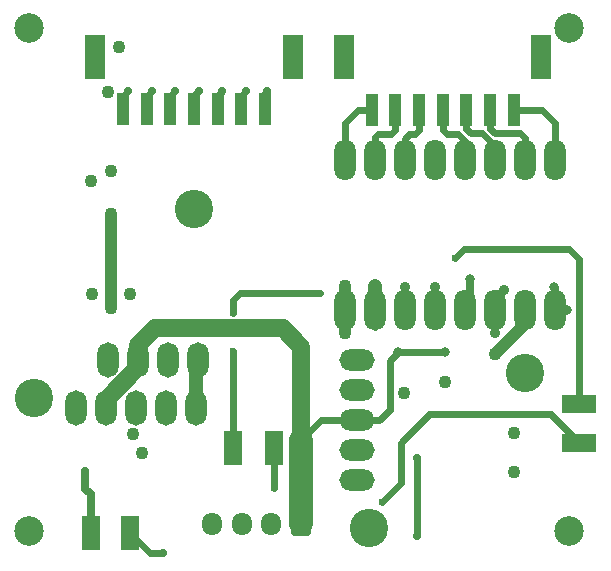
<source format=gbr>
G04 #@! TF.GenerationSoftware,KiCad,Pcbnew,(5.1.8)-1*
G04 #@! TF.CreationDate,2021-02-28T23:44:06-08:00*
G04 #@! TF.ProjectId,UAS,5541532e-6b69-4636-9164-5f7063625858,1*
G04 #@! TF.SameCoordinates,Original*
G04 #@! TF.FileFunction,Copper,L1,Top*
G04 #@! TF.FilePolarity,Positive*
%FSLAX46Y46*%
G04 Gerber Fmt 4.6, Leading zero omitted, Abs format (unit mm)*
G04 Created by KiCad (PCBNEW (5.1.8)-1) date 2021-02-28 23:44:06*
%MOMM*%
%LPD*%
G01*
G04 APERTURE LIST*
G04 #@! TA.AperFunction,SMDPad,CuDef*
%ADD10R,3.000000X1.500000*%
G04 #@! TD*
G04 #@! TA.AperFunction,SMDPad,CuDef*
%ADD11R,1.500000X3.000000*%
G04 #@! TD*
G04 #@! TA.AperFunction,ComponentPad*
%ADD12C,3.250000*%
G04 #@! TD*
G04 #@! TA.AperFunction,ComponentPad*
%ADD13O,3.000000X1.800000*%
G04 #@! TD*
G04 #@! TA.AperFunction,SMDPad,CuDef*
%ADD14R,1.000000X2.700000*%
G04 #@! TD*
G04 #@! TA.AperFunction,SMDPad,CuDef*
%ADD15R,1.800000X3.800000*%
G04 #@! TD*
G04 #@! TA.AperFunction,SMDPad,CuDef*
%ADD16O,1.800000X3.500000*%
G04 #@! TD*
G04 #@! TA.AperFunction,ComponentPad*
%ADD17O,1.800000X3.000000*%
G04 #@! TD*
G04 #@! TA.AperFunction,ComponentPad*
%ADD18O,1.700000X1.950000*%
G04 #@! TD*
G04 #@! TA.AperFunction,ViaPad*
%ADD19C,2.500000*%
G04 #@! TD*
G04 #@! TA.AperFunction,ViaPad*
%ADD20C,0.900000*%
G04 #@! TD*
G04 #@! TA.AperFunction,ViaPad*
%ADD21C,0.800000*%
G04 #@! TD*
G04 #@! TA.AperFunction,ViaPad*
%ADD22C,0.700000*%
G04 #@! TD*
G04 #@! TA.AperFunction,ViaPad*
%ADD23C,1.100000*%
G04 #@! TD*
G04 #@! TA.AperFunction,ViaPad*
%ADD24C,0.600000*%
G04 #@! TD*
G04 #@! TA.AperFunction,Conductor*
%ADD25C,0.700000*%
G04 #@! TD*
G04 #@! TA.AperFunction,Conductor*
%ADD26C,0.600000*%
G04 #@! TD*
G04 #@! TA.AperFunction,Conductor*
%ADD27C,0.400000*%
G04 #@! TD*
G04 #@! TA.AperFunction,Conductor*
%ADD28C,1.000000*%
G04 #@! TD*
G04 #@! TA.AperFunction,Conductor*
%ADD29C,1.200000*%
G04 #@! TD*
G04 #@! TA.AperFunction,Conductor*
%ADD30C,1.500000*%
G04 #@! TD*
G04 #@! TA.AperFunction,Conductor*
%ADD31C,2.000000*%
G04 #@! TD*
G04 APERTURE END LIST*
D10*
X166550000Y-111100000D03*
D11*
X140750000Y-111550000D03*
D10*
X166550000Y-107850000D03*
D11*
X137250000Y-111550000D03*
D12*
X148800000Y-118360000D03*
X162000000Y-105160000D03*
D13*
X147780000Y-114290000D03*
X147780000Y-111750000D03*
X147780000Y-109210000D03*
X147780000Y-106670000D03*
X147780000Y-104130000D03*
D14*
X133950000Y-82850000D03*
X131950000Y-82850000D03*
X135950000Y-82850000D03*
X137950000Y-82850000D03*
X129950000Y-82850000D03*
X127950000Y-82850000D03*
X139950000Y-82850000D03*
D15*
X142300000Y-78400000D03*
X125600000Y-78400000D03*
D16*
X164470000Y-87150000D03*
X161930000Y-87150000D03*
X159390000Y-87150000D03*
X156850000Y-87150000D03*
X154310000Y-87150000D03*
X151770000Y-87150000D03*
X149230000Y-87150000D03*
X146690000Y-87150000D03*
X164470000Y-99850000D03*
X161930000Y-99850000D03*
X159390000Y-99850000D03*
X156850000Y-99850000D03*
X154310000Y-99850000D03*
X151770000Y-99850000D03*
X149230000Y-99850000D03*
X146690000Y-99850000D03*
D17*
X134310000Y-104080000D03*
X131770000Y-104080000D03*
X129230000Y-104080000D03*
X126690000Y-104080000D03*
D11*
X128500000Y-118750000D03*
X125210000Y-118760000D03*
D14*
X155000000Y-82900000D03*
X153000000Y-82900000D03*
X157000000Y-82900000D03*
X159000000Y-82900000D03*
X151000000Y-82900000D03*
X149000000Y-82900000D03*
X161000000Y-82900000D03*
D15*
X163350000Y-78450000D03*
X146650000Y-78450000D03*
D18*
X135500000Y-118000000D03*
X138000000Y-118000000D03*
X140500000Y-118000000D03*
G04 #@! TA.AperFunction,ComponentPad*
G36*
G01*
X143850000Y-117275000D02*
X143850000Y-118725000D01*
G75*
G02*
X143600000Y-118975000I-250000J0D01*
G01*
X142400000Y-118975000D01*
G75*
G02*
X142150000Y-118725000I0J250000D01*
G01*
X142150000Y-117275000D01*
G75*
G02*
X142400000Y-117025000I250000J0D01*
G01*
X143600000Y-117025000D01*
G75*
G02*
X143850000Y-117275000I0J-250000D01*
G01*
G37*
G04 #@! TD.AperFunction*
D12*
X120430000Y-107300000D03*
X133930000Y-91300000D03*
D17*
X134120000Y-108140000D03*
X131580000Y-108140000D03*
X129040000Y-108140000D03*
X126500000Y-108140000D03*
X123960000Y-108140000D03*
D19*
X120000000Y-118550000D03*
X120000000Y-76000000D03*
X165725000Y-76000000D03*
X165720000Y-118540000D03*
D20*
X151765000Y-97891600D03*
X154305000Y-97891600D03*
D21*
X157340000Y-97210000D03*
D20*
X160172400Y-98196400D03*
X159385000Y-101803200D03*
D22*
X134340600Y-81305400D03*
X132359400Y-81330800D03*
X136347200Y-81330800D03*
X138328400Y-81330800D03*
X130352800Y-81330800D03*
X128346200Y-81330800D03*
X140131800Y-81343500D03*
D23*
X159450000Y-103550000D03*
D22*
X124739400Y-113461800D03*
X131300000Y-120457999D03*
X152800000Y-112400000D03*
X152800000Y-119000000D03*
D23*
X146700000Y-101800000D03*
X146700000Y-97800000D03*
X125200000Y-88980000D03*
X126900000Y-88100000D03*
X128500000Y-98500000D03*
X125300000Y-98480000D03*
X161000000Y-110300000D03*
X161000000Y-113600000D03*
X128750000Y-110350000D03*
X129500000Y-111950000D03*
X126669800Y-81381600D03*
X155200000Y-106000000D03*
X151700000Y-106900000D03*
D21*
X164450000Y-97950000D03*
X165500000Y-99850000D03*
D23*
X127550000Y-77600000D03*
X126920000Y-99730000D03*
X126930000Y-91740000D03*
X149225000Y-97815400D03*
D21*
X155219400Y-103460000D03*
X151206200Y-103460000D03*
D24*
X137250000Y-103350000D03*
X137250000Y-100150000D03*
X144600000Y-98450000D03*
X156000000Y-95500000D03*
D23*
X166550000Y-107850000D03*
X137250000Y-111550000D03*
D24*
X140750000Y-114950000D03*
X149850000Y-116100000D03*
D23*
X166550000Y-111100000D03*
X140750000Y-111550000D03*
D25*
X151770000Y-97896600D02*
X151765000Y-97891600D01*
X151770000Y-99850000D02*
X151770000Y-97896600D01*
X154310000Y-97896600D02*
X154305000Y-97891600D01*
X154310000Y-99850000D02*
X154310000Y-97896600D01*
D26*
X157350000Y-97220000D02*
X157340000Y-97210000D01*
D25*
X157350000Y-99850000D02*
X157350000Y-97220000D01*
X159385000Y-99855000D02*
X159390000Y-99850000D01*
X159385000Y-101803200D02*
X159385000Y-99855000D01*
X159390000Y-98978800D02*
X160172400Y-98196400D01*
X159390000Y-99850000D02*
X159390000Y-98978800D01*
D26*
X133950000Y-81696000D02*
X134340600Y-81305400D01*
X133950000Y-82850000D02*
X133950000Y-81696000D01*
X131950000Y-81740200D02*
X132359400Y-81330800D01*
X131950000Y-82850000D02*
X131950000Y-81740200D01*
X135950000Y-81728000D02*
X136347200Y-81330800D01*
X135950000Y-82850000D02*
X135950000Y-81728000D01*
X137950000Y-81709200D02*
X138328400Y-81330800D01*
X137950000Y-82850000D02*
X137950000Y-81709200D01*
X129950000Y-81733600D02*
X130352800Y-81330800D01*
X129950000Y-82850000D02*
X129950000Y-81733600D01*
X127950000Y-81727000D02*
X128346200Y-81330800D01*
X127950000Y-82850000D02*
X127950000Y-81727000D01*
X139950000Y-81525300D02*
X140131800Y-81343500D01*
X139950000Y-82850000D02*
X139950000Y-81525300D01*
D27*
X161930000Y-99850000D02*
X162430000Y-99850000D01*
D28*
X161930000Y-101070000D02*
X161930000Y-99850000D01*
X159450000Y-103550000D02*
X161930000Y-101070000D01*
D26*
X163367200Y-82900000D02*
X161000000Y-82900000D01*
X164470000Y-84002800D02*
X163367200Y-82900000D01*
X164470000Y-87150000D02*
X164470000Y-84002800D01*
X162430000Y-87150000D02*
X162430000Y-86910000D01*
X162366675Y-87150000D02*
X162430000Y-87150000D01*
X161930000Y-87150000D02*
X161930000Y-85298200D01*
X161930000Y-85298200D02*
X161544000Y-84912200D01*
X161544000Y-84912200D02*
X159397700Y-84912200D01*
X159000000Y-84514500D02*
X159397700Y-84912200D01*
X159000000Y-82900000D02*
X159000000Y-84514500D01*
X159890000Y-86890000D02*
X159890000Y-87150000D01*
X159390000Y-87150000D02*
X159390000Y-86034800D01*
X159390000Y-87150000D02*
X159390000Y-85996700D01*
X159390000Y-85996700D02*
X158305500Y-84912200D01*
X158305500Y-84912200D02*
X157391100Y-84912200D01*
X157000000Y-84521100D02*
X157391100Y-84912200D01*
X157000000Y-82900000D02*
X157000000Y-84521100D01*
X157350000Y-86350000D02*
X157350000Y-87150000D01*
X156850000Y-87150000D02*
X156850000Y-85526800D01*
X156850000Y-85526800D02*
X156286200Y-84963000D01*
X156286200Y-84963000D02*
X155333700Y-84963000D01*
X155000000Y-84629300D02*
X155333700Y-84963000D01*
X155000000Y-82900000D02*
X155000000Y-84629300D01*
X151770000Y-87150000D02*
X151770000Y-85351700D01*
X151770000Y-85351700D02*
X152120600Y-85001100D01*
X152120600Y-85001100D02*
X152628600Y-85001100D01*
X153000000Y-84629700D02*
X152628600Y-85001100D01*
X153000000Y-82900000D02*
X153000000Y-84629700D01*
X149230000Y-87150000D02*
X149230000Y-85250100D01*
X149230000Y-85250100D02*
X149504400Y-84975700D01*
X149504400Y-84975700D02*
X150660100Y-84975700D01*
X151000000Y-84635800D02*
X150660100Y-84975700D01*
X151000000Y-82900000D02*
X151000000Y-84635800D01*
X149000000Y-82900000D02*
X149000000Y-83000000D01*
X146690000Y-87150000D02*
X146690000Y-84060000D01*
X147850000Y-82900000D02*
X149000000Y-82900000D01*
X146690000Y-84060000D02*
X147850000Y-82900000D01*
X125250000Y-118720000D02*
X125210000Y-118760000D01*
D25*
X124739400Y-115011200D02*
X124739400Y-113461800D01*
X125210000Y-115481800D02*
X124739400Y-115011200D01*
X125210000Y-118760000D02*
X125210000Y-115481800D01*
D26*
X130207999Y-120457999D02*
X128500000Y-118750000D01*
X131300000Y-120457999D02*
X130207999Y-120457999D01*
X152800000Y-112400000D02*
X152800000Y-119000000D01*
X131770000Y-104870000D02*
X131770000Y-104080000D01*
X129040000Y-108140000D02*
X129040000Y-107600000D01*
D25*
X164470000Y-97970000D02*
X164450000Y-97950000D01*
X164470000Y-99850000D02*
X164470000Y-97970000D01*
X164470000Y-99850000D02*
X165500000Y-99850000D01*
D28*
X146700000Y-99840000D02*
X146690000Y-99850000D01*
X146700000Y-97800000D02*
X146700000Y-99840000D01*
X146700000Y-99860000D02*
X146690000Y-99850000D01*
X146700000Y-101800000D02*
X146700000Y-99860000D01*
D26*
X134120000Y-104270000D02*
X134310000Y-104080000D01*
D29*
X134120000Y-108140000D02*
X134120000Y-104270000D01*
D26*
X126920000Y-91750000D02*
X126930000Y-91740000D01*
D28*
X126920000Y-99730000D02*
X126920000Y-91750000D01*
D26*
X149666675Y-99850000D02*
X149730000Y-99850000D01*
X149230000Y-101270000D02*
X149230000Y-99850000D01*
D28*
X149230000Y-97820400D02*
X149225000Y-97815400D01*
D29*
X149225000Y-99845000D02*
X149230000Y-99850000D01*
X149225000Y-97815400D02*
X149225000Y-99845000D01*
D27*
X129230000Y-104710000D02*
X129230000Y-104080000D01*
D30*
X126500000Y-107440000D02*
X129230000Y-104710000D01*
D27*
X126500000Y-108140000D02*
X126500000Y-107440000D01*
D30*
X129230000Y-104080000D02*
X129230000Y-102810000D01*
X129230000Y-102810000D02*
X130620000Y-101420000D01*
X130620000Y-101420000D02*
X141460000Y-101420000D01*
X141460000Y-101420000D02*
X143000000Y-102960000D01*
D26*
X143000000Y-110870000D02*
X144660000Y-109210000D01*
X144660000Y-109210000D02*
X147780000Y-109210000D01*
X150522999Y-104143201D02*
X151206200Y-103460000D01*
X150522999Y-108303001D02*
X150522999Y-104143201D01*
X149616000Y-109210000D02*
X150522999Y-108303001D01*
X147780000Y-109210000D02*
X149616000Y-109210000D01*
X155219400Y-103460000D02*
X151206200Y-103460000D01*
D31*
X143000000Y-118000000D02*
X143000000Y-110870000D01*
D30*
X143000000Y-102960000D02*
X143000000Y-110870000D01*
D26*
X137250000Y-111550000D02*
X137250000Y-111550000D01*
X137250000Y-100150000D02*
X137250000Y-99350000D01*
X137250000Y-99350000D02*
X137250000Y-99000000D01*
X137800000Y-98450000D02*
X144600000Y-98450000D01*
X137250000Y-99000000D02*
X137800000Y-98450000D01*
X166550000Y-95550000D02*
X166550000Y-107850000D01*
X165700000Y-94700000D02*
X166550000Y-95550000D01*
X156800000Y-94700000D02*
X165700000Y-94700000D01*
X156000000Y-95500000D02*
X156800000Y-94700000D01*
X166550000Y-107850000D02*
X166550000Y-107850000D01*
X137250000Y-111550000D02*
X137250000Y-103350000D01*
X140750000Y-111550000D02*
X140750000Y-111550000D01*
X153850000Y-108700000D02*
X164150000Y-108700000D01*
X151450000Y-111100000D02*
X153850000Y-108700000D01*
X164150000Y-108700000D02*
X166550000Y-111100000D01*
X151450000Y-114500000D02*
X151450000Y-111100000D01*
X149850000Y-116100000D02*
X151450000Y-114500000D01*
X166550000Y-111100000D02*
X166550000Y-111100000D01*
X140750000Y-111550000D02*
X140750000Y-114950000D01*
M02*

</source>
